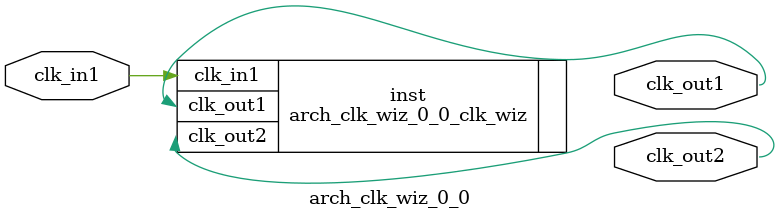
<source format=v>


`timescale 1ps/1ps

(* CORE_GENERATION_INFO = "arch_clk_wiz_0_0,clk_wiz_v5_3_0,{component_name=arch_clk_wiz_0_0,use_phase_alignment=true,use_min_o_jitter=false,use_max_i_jitter=false,use_dyn_phase_shift=false,use_inclk_switchover=false,use_dyn_reconfig=false,enable_axi=0,feedback_source=FDBK_AUTO,PRIMITIVE=MMCM,num_out_clk=2,clkin1_period=10.0,clkin2_period=10.0,use_power_down=false,use_reset=false,use_locked=false,use_inclk_stopped=false,feedback_type=SINGLE,CLOCK_MGR_TYPE=NA,manual_override=false}" *)

module arch_clk_wiz_0_0 
 (
 // Clock in ports
  input         clk_in1,
  // Clock out ports
  output        clk_out1,
  output        clk_out2
 );

  arch_clk_wiz_0_0_clk_wiz inst
  (
 // Clock in ports
  .clk_in1(clk_in1),
  // Clock out ports  
  .clk_out1(clk_out1),
  .clk_out2(clk_out2)              
  );

endmodule

</source>
